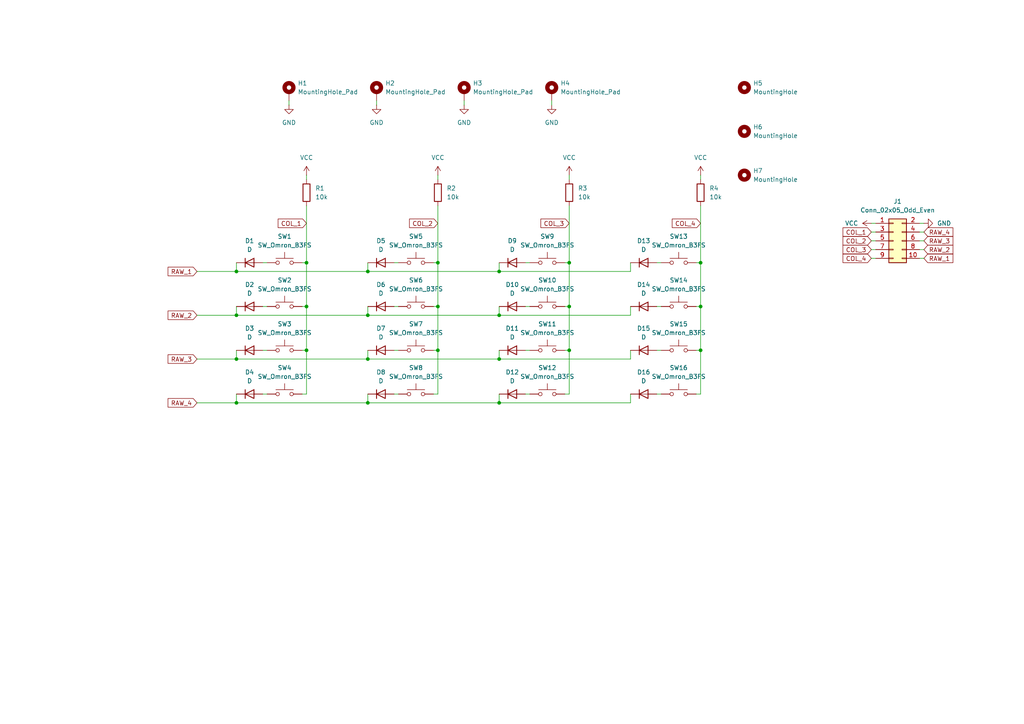
<source format=kicad_sch>
(kicad_sch (version 20250114) (generator "eeschema") (generator_version "9.0")
  (paper "A4")
  (title_block (title "Keypab_Lab0") (date "2025-12-24") (rev "0.1") (company "TEST") (comment 1 "First project"))
  (lib_symbols
    (symbol "Connector_Generic:Conn_02x05_Odd_Even" (pin_names (offset 1.016) (hide yes))
      (property "Reference" "J" (at 1.27 7.62 0))
      (property "Value" "Conn_02x05_Odd_Even" (at 1.27 -7.62 0))
      (symbol "Conn_02x05_Odd_Even_1_1"
        (rectangle (start -1.27 6.35) (end 3.81 -6.35) (stroke (width 0.254)) (fill (type background)))
        (rectangle (start -1.27 5.207) (end 0 4.953) (stroke (width 0.1524)))
        (rectangle (start -1.27 2.667) (end 0 2.413) (stroke (width 0.1524)))
        (rectangle (start -1.27 0.127) (end 0 -0.127) (stroke (width 0.1524)))
        (rectangle (start -1.27 -2.413) (end 0 -2.667) (stroke (width 0.1524)))
        (rectangle (start -1.27 -4.953) (end 0 -5.207) (stroke (width 0.1524)))
        (rectangle (start 3.81 5.207) (end 2.54 4.953) (stroke (width 0.1524)))
        (rectangle (start 3.81 2.667) (end 2.54 2.413) (stroke (width 0.1524)))
        (rectangle (start 3.81 0.127) (end 2.54 -0.127) (stroke (width 0.1524)))
        (rectangle (start 3.81 -2.413) (end 2.54 -2.667) (stroke (width 0.1524)))
        (rectangle (start 3.81 -4.953) (end 2.54 -5.207) (stroke (width 0.1524)))
        (pin passive line (at -5.08 5.08 0) (length 3.81) (name "Pin_1") (number "1"))
        (pin passive line (at -5.08 2.54 0) (length 3.81) (name "Pin_3") (number "3"))
        (pin passive line (at -5.08 0 0) (length 3.81) (name "Pin_5") (number "5"))
        (pin passive line (at -5.08 -2.54 0) (length 3.81) (name "Pin_7") (number "7"))
        (pin passive line (at -5.08 -5.08 0) (length 3.81) (name "Pin_9") (number "9"))
        (pin passive line (at 7.62 5.08 180) (length 3.81) (name "Pin_2") (number "2"))
        (pin passive line (at 7.62 2.54 180) (length 3.81) (name "Pin_4") (number "4"))
        (pin passive line (at 7.62 0 180) (length 3.81) (name "Pin_6") (number "6"))
        (pin passive line (at 7.62 -2.54 180) (length 3.81) (name "Pin_8") (number "8"))
        (pin passive line (at 7.62 -5.08 180) (length 3.81) (name "Pin_10") (number "10"))
      )
    )
    (symbol "Device:D" (pin_numbers (hide yes)) (pin_names (offset 1.016) (hide yes))
      (property "Reference" "D" (at 0 2.54 0))
      (property "Value" "D" (at 0 -2.54 0))
      (symbol "D_0_1"
        (polyline (pts (xy -1.27 1.27) (xy -1.27 -1.27)) (stroke (width 0.254)))
        (polyline (pts (xy 1.27 1.27) (xy 1.27 -1.27) (xy -1.27 0) (xy 1.27 1.27)) (stroke (width 0.254)))
        (polyline (pts (xy 1.27 0) (xy -1.27 0)))
      )
      (symbol "D_1_1"
        (pin passive line (at -3.81 0 0) (length 2.54) (name "K") (number "1"))
        (pin passive line (at 3.81 0 180) (length 2.54) (name "A") (number "2"))
      )
    )
    (symbol "Device:R" (pin_numbers (hide yes)) (pin_names (offset 0))
      (property "Reference" "R" (at 2.032 0 90))
      (property "Value" "R" (at 0 0 90))
      (symbol "R_0_1"
        (rectangle (start -1.016 -2.54) (end 1.016 2.54) (stroke (width 0.254)))
      )
      (symbol "R_1_1"
        (pin passive line (at 0 3.81 270) (length 1.27) (name "~") (number "1"))
        (pin passive line (at 0 -3.81 90) (length 1.27) (name "~") (number "2"))
      )
    )
    (symbol "Mechanical:MountingHole" (pin_names (offset 1.016)) (in_bom no)
      (property "Reference" "H" (at 0 5.08 0))
      (property "Value" "MountingHole" (at 0 3.175 0))
      (symbol "MountingHole_0_1"
        (circle (center 0 0) (radius 1.27) (stroke (width 1.27)))
      )
    )
    (symbol "Mechanical:MountingHole_Pad" (pin_numbers (hide yes)) (pin_names (offset 1.016) (hide yes)) (in_bom no)
      (property "Reference" "H" (at 0 6.35 0))
      (property "Value" "MountingHole_Pad" (at 0 4.445 0))
      (symbol "MountingHole_Pad_0_1"
        (circle (center 0 1.27) (radius 1.27) (stroke (width 1.27)))
      )
      (symbol "MountingHole_Pad_1_1"
        (pin input line (at 0 -2.54 90) (length 2.54) (name "1") (number "1"))
      )
    )
    (symbol "Switch:SW_Omron_B3FS" (pin_numbers (hide yes)) (pin_names (offset 1.016) (hide yes))
      (property "Reference" "SW" (at 1.27 2.54 0))
      (property "Value" "SW_Omron_B3FS" (at 0 -1.524 0))
      (symbol "SW_Omron_B3FS_0_1"
        (circle (center -2.032 0) (radius 0.508))
        (polyline (pts (xy 0 1.27) (xy 0 3.048)))
        (circle (center 2.032 0) (radius 0.508))
        (polyline (pts (xy 2.54 1.27) (xy -2.54 1.27)))
        (pin passive line (at -5.08 0 0) (length 2.54) (name "1") (number "1"))
        (pin passive line (at 5.08 0 180) (length 2.54) (name "2") (number "2"))
      )
    )
    (symbol "power:GND" (power) (pin_numbers (hide yes)) (pin_names (offset 0) (hide yes))
      (property "Value" "GND" (at 0 -3.81 0))
      (symbol "GND_0_1"
        (polyline (pts (xy 0 0) (xy 0 -1.27) (xy 1.27 -1.27) (xy 0 -2.54) (xy -1.27 -1.27) (xy 0 -1.27)))
      )
      (symbol "GND_1_1"
        (pin power_in line (at 0 0 270) (length 0) (name "~") (number "1"))
      )
    )
    (symbol "power:VCC" (power) (pin_numbers (hide yes)) (pin_names (offset 0) (hide yes))
      (property "Value" "VCC" (at 0 3.556 0))
      (symbol "VCC_0_1"
        (polyline (pts (xy -0.762 1.27) (xy 0 2.54)))
        (polyline (pts (xy 0 2.54) (xy 0.762 1.27)))
        (polyline (pts (xy 0 0) (xy 0 2.54)))
      )
      (symbol "VCC_1_1"
        (pin power_in line (at 0 0 90) (length 0) (name "~") (number "1"))
      )
    )
  )
  (junction (at 68.58 116.84))
  (junction (at 144.78 104.14))
  (junction (at 106.68 91.44))
  (junction (at 203.2 101.6))
  (junction (at 68.58 104.14))
  (junction (at 127 76.2))
  (junction (at 106.68 78.74))
  (junction (at 144.78 91.44))
  (junction (at 165.1 101.6))
  (junction (at 88.9 88.9))
  (junction (at 106.68 116.84))
  (junction (at 203.2 76.2))
  (junction (at 127 88.9))
  (junction (at 88.9 76.2))
  (junction (at 68.58 78.74))
  (junction (at 88.9 101.6))
  (junction (at 165.1 76.2))
  (junction (at 106.68 104.14))
  (junction (at 203.2 88.9))
  (junction (at 144.78 116.84))
  (junction (at 68.58 91.44))
  (junction (at 127 101.6))
  (junction (at 144.78 78.74))
  (junction (at 165.1 88.9))
  (wire (pts (xy 88.9 101.6) (xy 88.9 114.3)))
  (wire (pts (xy 125.73 76.2) (xy 127 76.2)))
  (wire (pts (xy 266.7 74.93) (xy 267.97 74.93)))
  (wire (pts (xy 201.93 101.6) (xy 203.2 101.6)))
  (wire (pts (xy 144.78 101.6) (xy 144.78 104.14)))
  (wire (pts (xy 182.88 88.9) (xy 182.88 91.44)))
  (wire (pts (xy 252.73 64.77) (xy 254 64.77)))
  (wire (pts (xy 57.15 91.44) (xy 68.58 91.44)))
  (wire (pts (xy 144.78 76.2) (xy 144.78 78.74)))
  (wire (pts (xy 182.88 101.6) (xy 182.88 104.14)))
  (wire (pts (xy 165.1 76.2) (xy 165.1 88.9)))
  (wire (pts (xy 144.78 91.44) (xy 182.88 91.44)))
  (wire (pts (xy 182.88 114.3) (xy 182.88 116.84)))
  (wire (pts (xy 190.5 88.9) (xy 191.77 88.9)))
  (wire (pts (xy 106.68 76.2) (xy 106.68 78.74)))
  (wire (pts (xy 152.4 76.2) (xy 153.67 76.2)))
  (wire (pts (xy 190.5 101.6) (xy 191.77 101.6)))
  (wire (pts (xy 163.83 114.3) (xy 165.1 114.3)))
  (wire (pts (xy 109.22 29.21) (xy 109.22 30.48)))
  (wire (pts (xy 114.3 114.3) (xy 115.57 114.3)))
  (wire (pts (xy 201.93 76.2) (xy 203.2 76.2)))
  (wire (pts (xy 127 59.69) (xy 127 76.2)))
  (wire (pts (xy 68.58 88.9) (xy 68.58 91.44)))
  (wire (pts (xy 68.58 91.44) (xy 106.68 91.44)))
  (wire (pts (xy 68.58 101.6) (xy 68.58 104.14)))
  (wire (pts (xy 252.73 72.39) (xy 254 72.39)))
  (wire (pts (xy 88.9 50.8) (xy 88.9 52.07)))
  (wire (pts (xy 201.93 88.9) (xy 203.2 88.9)))
  (wire (pts (xy 76.2 114.3) (xy 77.47 114.3)))
  (wire (pts (xy 87.63 88.9) (xy 88.9 88.9)))
  (wire (pts (xy 87.63 114.3) (xy 88.9 114.3)))
  (wire (pts (xy 165.1 50.8) (xy 165.1 52.07)))
  (wire (pts (xy 114.3 76.2) (xy 115.57 76.2)))
  (wire (pts (xy 68.58 114.3) (xy 68.58 116.84)))
  (wire (pts (xy 203.2 59.69) (xy 203.2 76.2)))
  (wire (pts (xy 106.68 104.14) (xy 144.78 104.14)))
  (wire (pts (xy 68.58 76.2) (xy 68.58 78.74)))
  (wire (pts (xy 106.68 101.6) (xy 106.68 104.14)))
  (wire (pts (xy 114.3 88.9) (xy 115.57 88.9)))
  (wire (pts (xy 106.68 114.3) (xy 106.68 116.84)))
  (wire (pts (xy 127 76.2) (xy 127 88.9)))
  (wire (pts (xy 144.78 88.9) (xy 144.78 91.44)))
  (wire (pts (xy 127 88.9) (xy 127 101.6)))
  (wire (pts (xy 252.73 74.93) (xy 254 74.93)))
  (wire (pts (xy 144.78 78.74) (xy 182.88 78.74)))
  (wire (pts (xy 87.63 101.6) (xy 88.9 101.6)))
  (wire (pts (xy 203.2 101.6) (xy 203.2 114.3)))
  (wire (pts (xy 68.58 104.14) (xy 106.68 104.14)))
  (wire (pts (xy 83.82 29.21) (xy 83.82 30.48)))
  (wire (pts (xy 152.4 114.3) (xy 153.67 114.3)))
  (wire (pts (xy 165.1 59.69) (xy 165.1 76.2)))
  (wire (pts (xy 125.73 88.9) (xy 127 88.9)))
  (wire (pts (xy 57.15 78.74) (xy 68.58 78.74)))
  (wire (pts (xy 76.2 88.9) (xy 77.47 88.9)))
  (wire (pts (xy 203.2 88.9) (xy 203.2 101.6)))
  (wire (pts (xy 163.83 76.2) (xy 165.1 76.2)))
  (wire (pts (xy 252.73 69.85) (xy 254 69.85)))
  (wire (pts (xy 266.7 67.31) (xy 267.97 67.31)))
  (wire (pts (xy 165.1 88.9) (xy 165.1 101.6)))
  (wire (pts (xy 144.78 104.14) (xy 182.88 104.14)))
  (wire (pts (xy 165.1 101.6) (xy 165.1 114.3)))
  (wire (pts (xy 266.7 72.39) (xy 267.97 72.39)))
  (wire (pts (xy 68.58 116.84) (xy 106.68 116.84)))
  (wire (pts (xy 88.9 76.2) (xy 88.9 88.9)))
  (wire (pts (xy 203.2 50.8) (xy 203.2 52.07)))
  (wire (pts (xy 76.2 101.6) (xy 77.47 101.6)))
  (wire (pts (xy 163.83 101.6) (xy 165.1 101.6)))
  (wire (pts (xy 125.73 101.6) (xy 127 101.6)))
  (wire (pts (xy 144.78 114.3) (xy 144.78 116.84)))
  (wire (pts (xy 57.15 104.14) (xy 68.58 104.14)))
  (wire (pts (xy 127 101.6) (xy 127 114.3)))
  (wire (pts (xy 106.68 91.44) (xy 144.78 91.44)))
  (wire (pts (xy 125.73 114.3) (xy 127 114.3)))
  (wire (pts (xy 160.02 29.21) (xy 160.02 30.48)))
  (wire (pts (xy 201.93 114.3) (xy 203.2 114.3)))
  (wire (pts (xy 106.68 88.9) (xy 106.68 91.44)))
  (wire (pts (xy 68.58 78.74) (xy 106.68 78.74)))
  (wire (pts (xy 190.5 114.3) (xy 191.77 114.3)))
  (wire (pts (xy 190.5 76.2) (xy 191.77 76.2)))
  (wire (pts (xy 127 50.8) (xy 127 52.07)))
  (wire (pts (xy 266.7 64.77) (xy 267.97 64.77)))
  (wire (pts (xy 106.68 78.74) (xy 144.78 78.74)))
  (wire (pts (xy 152.4 101.6) (xy 153.67 101.6)))
  (wire (pts (xy 152.4 88.9) (xy 153.67 88.9)))
  (wire (pts (xy 88.9 88.9) (xy 88.9 101.6)))
  (wire (pts (xy 114.3 101.6) (xy 115.57 101.6)))
  (wire (pts (xy 88.9 59.69) (xy 88.9 76.2)))
  (wire (pts (xy 144.78 116.84) (xy 182.88 116.84)))
  (wire (pts (xy 76.2 76.2) (xy 77.47 76.2)))
  (wire (pts (xy 252.73 67.31) (xy 254 67.31)))
  (wire (pts (xy 203.2 76.2) (xy 203.2 88.9)))
  (wire (pts (xy 57.15 116.84) (xy 68.58 116.84)))
  (wire (pts (xy 266.7 69.85) (xy 267.97 69.85)))
  (wire (pts (xy 182.88 76.2) (xy 182.88 78.74)))
  (wire (pts (xy 106.68 116.84) (xy 144.78 116.84)))
  (wire (pts (xy 87.63 76.2) (xy 88.9 76.2)))
  (wire (pts (xy 163.83 88.9) (xy 165.1 88.9)))
  (wire (pts (xy 134.62 29.21) (xy 134.62 30.48)))
  (global_label "COL_1" (shape input) (at 252.73 67.31 180) (property "Intersheetrefs" "${INTERSHEET_REFS}" (effects (hide yes))))
  (global_label "RAW_3" (shape input) (at 57.15 104.14 180) (property "Intersheetrefs" "${INTERSHEET_REFS}" (effects (hide yes))))
  (global_label "COL_4" (shape input) (at 252.73 74.93 180) (property "Intersheetrefs" "${INTERSHEET_REFS}" (effects (hide yes))))
  (global_label "COL_2" (shape input) (at 127 64.77 180) (property "Intersheetrefs" "${INTERSHEET_REFS}" (effects (hide yes))))
  (global_label "RAW_3" (shape input) (at 267.97 69.85 0) (property "Intersheetrefs" "${INTERSHEET_REFS}" (effects (hide yes))))
  (global_label "COL_3" (shape input) (at 252.73 72.39 180) (property "Intersheetrefs" "${INTERSHEET_REFS}" (effects (hide yes))))
  (global_label "RAW_1" (shape input) (at 57.15 78.74 180) (property "Intersheetrefs" "${INTERSHEET_REFS}" (effects (hide yes))))
  (global_label "RAW_4" (shape input) (at 267.97 67.31 0) (property "Intersheetrefs" "${INTERSHEET_REFS}" (effects (hide yes))))
  (global_label "RAW_2" (shape input) (at 57.15 91.44 180) (property "Intersheetrefs" "${INTERSHEET_REFS}" (effects (hide yes))))
  (global_label "RAW_2" (shape input) (at 267.97 72.39 0) (property "Intersheetrefs" "${INTERSHEET_REFS}" (effects (hide yes))))
  (global_label "COL_2" (shape input) (at 252.73 69.85 180) (property "Intersheetrefs" "${INTERSHEET_REFS}" (effects (hide yes))))
  (global_label "RAW_1" (shape input) (at 267.97 74.93 0) (property "Intersheetrefs" "${INTERSHEET_REFS}" (effects (hide yes))))
  (global_label "COL_4" (shape input) (at 203.2 64.77 180) (property "Intersheetrefs" "${INTERSHEET_REFS}" (effects (hide yes))))
  (global_label "RAW_4" (shape input) (at 57.15 116.84 180) (property "Intersheetrefs" "${INTERSHEET_REFS}" (effects (hide yes))))
  (global_label "COL_1" (shape input) (at 88.9 64.77 180) (property "Intersheetrefs" "${INTERSHEET_REFS}" (effects (hide yes))))
  (global_label "COL_3" (shape input) (at 165.1 64.77 180) (property "Intersheetrefs" "${INTERSHEET_REFS}" (effects (hide yes))))
  (symbol (lib_id "Mechanical:MountingHole_Pad") (at 134.62 26.67 0) (unit 1) (in_bom no)
    (property "Reference" "H3" (at 137.16 24.1299 0) (effects (justify left)))
    (property "Value" "MountingHole_Pad" (at 137.16 26.6699 0) (effects (justify left)))
    (property "Footprint" "MountingHole:MountingHole_3.2mm_M3_Pad_Via" (effects (hide yes)))
    (property "Description" "Mounting Hole with connection" (effects (hide yes)))
  )
  (symbol (lib_id "Device:R") (at 88.9 55.88 0) (unit 1)
    (property "Reference" "R1" (at 91.44 54.6099 0) (effects (justify left)))
    (property "Value" "10k" (at 91.44 57.1499 0) (effects (justify left)))
    (property "Footprint" "Resistor_SMD:R_0603_1608Metric" (effects (hide yes)))
    (property "Description" "Resistor" (effects (hide yes)))
  )
  (symbol (lib_id "Device:D") (at 110.49 76.2 0) (unit 1)
    (property "Reference" "D5" (at 110.49 69.85 0))
    (property "Value" "D" (at 110.49 72.39 0))
    (property "Footprint" "Diode_SMD:D_0603_1608Metric" (effects (hide yes)))
    (property "Description" "Diode" (effects (hide yes)))
    (property "Sim.Device" "D" (effects (hide yes)))
    (property "Sim.Pins" "1=K 2=A" (effects (hide yes)))
  )
  (symbol (lib_id "Mechanical:MountingHole_Pad") (at 109.22 26.67 0) (unit 1) (in_bom no)
    (property "Reference" "H2" (at 111.76 24.1299 0) (effects (justify left)))
    (property "Value" "MountingHole_Pad" (at 111.76 26.6699 0) (effects (justify left)))
    (property "Footprint" "MountingHole:MountingHole_3.2mm_M3_Pad_Via" (effects (hide yes)))
    (property "Description" "Mounting Hole with connection" (effects (hide yes)))
  )
  (symbol (lib_id "Device:D") (at 110.49 101.6 0) (unit 1)
    (property "Reference" "D7" (at 110.49 95.25 0))
    (property "Value" "D" (at 110.49 97.79 0))
    (property "Footprint" "Diode_SMD:D_0603_1608Metric" (effects (hide yes)))
    (property "Description" "Diode" (effects (hide yes)))
    (property "Sim.Device" "D" (effects (hide yes)))
    (property "Sim.Pins" "1=K 2=A" (effects (hide yes)))
  )
  (symbol (lib_id "Device:D") (at 72.39 114.3 0) (unit 1)
    (property "Reference" "D4" (at 72.39 107.95 0))
    (property "Value" "D" (at 72.39 110.49 0))
    (property "Footprint" "Diode_SMD:D_0603_1608Metric" (effects (hide yes)))
    (property "Description" "Diode" (effects (hide yes)))
    (property "Sim.Device" "D" (effects (hide yes)))
    (property "Sim.Pins" "1=K 2=A" (effects (hide yes)))
  )
  (symbol (lib_id "Mechanical:MountingHole") (at 215.9 38.1 0) (unit 1) (in_bom no)
    (property "Reference" "H6" (at 218.44 36.8299 0) (effects (justify left)))
    (property "Value" "MountingHole" (at 218.44 39.3699 0) (effects (justify left)))
    (property "Footprint" "MountingHole:ToolingHole_1.152mm" (effects (hide yes)))
    (property "Description" "Mounting Hole without connection" (effects (hide yes)))
  )
  (symbol (lib_id "Mechanical:MountingHole") (at 215.9 50.8 0) (unit 1) (in_bom no)
    (property "Reference" "H7" (at 218.44 49.5299 0) (effects (justify left)))
    (property "Value" "MountingHole" (at 218.44 52.0699 0) (effects (justify left)))
    (property "Footprint" "MountingHole:ToolingHole_1.152mm" (effects (hide yes)))
    (property "Description" "Mounting Hole without connection" (effects (hide yes)))
  )
  (symbol (lib_id "power:GND") (at 160.02 30.48 0) (unit 1)
    (property "Reference" "#PWR06" (effects (hide yes)))
    (property "Value" "GND" (at 160.02 35.56 0))
    (property "Description" "Power symbol creates a global label with name \"GND\" , ground" (effects (hide yes)))
  )
  (symbol (lib_id "Switch:SW_Omron_B3FS") (at 196.85 101.6 0) (unit 1)
    (property "Reference" "SW15" (at 196.85 93.98 0))
    (property "Value" "SW_Omron_B3FS" (at 196.85 96.52 0))
    (property "Footprint" "Button_Switch_THT:SW_PUSH_6mm" (effects (hide yes)))
    (property "Datasheet" "https://omronfs.omron.com/en_US/ecb/products/pdf/en-b3fs.pdf" (effects (hide yes)))
    (property "Description" "Omron B3FS 6x6mm single pole normally-open tactile switch" (effects (hide yes)))
  )
  (symbol (lib_id "power:GND") (at 109.22 30.48 0) (unit 1)
    (property "Reference" "#PWR03" (effects (hide yes)))
    (property "Value" "GND" (at 109.22 35.56 0))
    (property "Description" "Power symbol creates a global label with name \"GND\" , ground" (effects (hide yes)))
  )
  (symbol (lib_id "Switch:SW_Omron_B3FS") (at 158.75 88.9 0) (unit 1)
    (property "Reference" "SW10" (at 158.75 81.28 0))
    (property "Value" "SW_Omron_B3FS" (at 158.75 83.82 0))
    (property "Footprint" "Button_Switch_THT:SW_PUSH_6mm" (effects (hide yes)))
    (property "Datasheet" "https://omronfs.omron.com/en_US/ecb/products/pdf/en-b3fs.pdf" (effects (hide yes)))
    (property "Description" "Omron B3FS 6x6mm single pole normally-open tactile switch" (effects (hide yes)))
  )
  (symbol (lib_id "power:VCC") (at 165.1 50.8 0) (unit 1)
    (property "Reference" "#PWR07" (effects (hide yes)))
    (property "Value" "VCC" (at 165.1 45.72 0))
    (property "Description" "Power symbol creates a global label with name \"VCC\"" (effects (hide yes)))
  )
  (symbol (lib_id "Switch:SW_Omron_B3FS") (at 158.75 76.2 0) (unit 1)
    (property "Reference" "SW9" (at 158.75 68.58 0))
    (property "Value" "SW_Omron_B3FS" (at 158.75 71.12 0))
    (property "Footprint" "Button_Switch_THT:SW_PUSH_6mm" (effects (hide yes)))
    (property "Datasheet" "https://omronfs.omron.com/en_US/ecb/products/pdf/en-b3fs.pdf" (effects (hide yes)))
    (property "Description" "Omron B3FS 6x6mm single pole normally-open tactile switch" (effects (hide yes)))
  )
  (symbol (lib_id "Switch:SW_Omron_B3FS") (at 196.85 88.9 0) (unit 1)
    (property "Reference" "SW14" (at 196.85 81.28 0))
    (property "Value" "SW_Omron_B3FS" (at 196.85 83.82 0))
    (property "Footprint" "Button_Switch_THT:SW_PUSH_6mm" (effects (hide yes)))
    (property "Datasheet" "https://omronfs.omron.com/en_US/ecb/products/pdf/en-b3fs.pdf" (effects (hide yes)))
    (property "Description" "Omron B3FS 6x6mm single pole normally-open tactile switch" (effects (hide yes)))
  )
  (symbol (lib_id "power:GND") (at 83.82 30.48 0) (unit 1)
    (property "Reference" "#PWR01" (effects (hide yes)))
    (property "Value" "GND" (at 83.82 35.56 0))
    (property "Description" "Power symbol creates a global label with name \"GND\" , ground" (effects (hide yes)))
  )
  (symbol (lib_id "Device:D") (at 186.69 88.9 0) (unit 1)
    (property "Reference" "D14" (at 186.69 82.55 0))
    (property "Value" "D" (at 186.69 85.09 0))
    (property "Footprint" "Diode_SMD:D_0603_1608Metric" (effects (hide yes)))
    (property "Description" "Diode" (effects (hide yes)))
    (property "Sim.Device" "D" (effects (hide yes)))
    (property "Sim.Pins" "1=K 2=A" (effects (hide yes)))
  )
  (symbol (lib_id "power:VCC") (at 252.73 64.77 90) (unit 1)
    (property "Reference" "#PWR09" (effects (hide yes)))
    (property "Value" "VCC" (at 248.92 64.7699 90) (effects (justify left)))
    (property "Description" "Power symbol creates a global label with name \"VCC\"" (effects (hide yes)))
  )
  (symbol (lib_id "Device:D") (at 72.39 101.6 0) (unit 1)
    (property "Reference" "D3" (at 72.39 95.25 0))
    (property "Value" "D" (at 72.39 97.79 0))
    (property "Footprint" "Diode_SMD:D_0603_1608Metric" (effects (hide yes)))
    (property "Description" "Diode" (effects (hide yes)))
    (property "Sim.Device" "D" (effects (hide yes)))
    (property "Sim.Pins" "1=K 2=A" (effects (hide yes)))
  )
  (symbol (lib_id "Device:D") (at 186.69 101.6 0) (unit 1)
    (property "Reference" "D15" (at 186.69 95.25 0))
    (property "Value" "D" (at 186.69 97.79 0))
    (property "Footprint" "Diode_SMD:D_0603_1608Metric" (effects (hide yes)))
    (property "Description" "Diode" (effects (hide yes)))
    (property "Sim.Device" "D" (effects (hide yes)))
    (property "Sim.Pins" "1=K 2=A" (effects (hide yes)))
  )
  (symbol (lib_id "Device:D") (at 110.49 88.9 0) (unit 1)
    (property "Reference" "D6" (at 110.49 82.55 0))
    (property "Value" "D" (at 110.49 85.09 0))
    (property "Footprint" "Diode_SMD:D_0603_1608Metric" (effects (hide yes)))
    (property "Description" "Diode" (effects (hide yes)))
    (property "Sim.Device" "D" (effects (hide yes)))
    (property "Sim.Pins" "1=K 2=A" (effects (hide yes)))
  )
  (symbol (lib_id "Connector_Generic:Conn_02x05_Odd_Even") (at 259.08 69.85 0) (unit 1)
    (property "Reference" "J1" (at 260.35 58.42 0))
    (property "Value" "Conn_02x05_Odd_Even" (at 260.35 60.96 0))
    (property "Footprint" "Connector_PinHeader_2.54mm:PinHeader_2x05_P2.54mm_Vertical" (effects (hide yes)))
    (property "Description" "Generic connector, double row, 02x05, odd/even pin numbering scheme (row 1 odd numbers, row 2 even numbers), script generated (kicad-library-utils/schlib/autogen/connector/)" (effects (hide yes)))
  )
  (symbol (lib_id "power:VCC") (at 88.9 50.8 0) (unit 1)
    (property "Reference" "#PWR02" (effects (hide yes)))
    (property "Value" "VCC" (at 88.9 45.72 0))
    (property "Description" "Power symbol creates a global label with name \"VCC\"" (effects (hide yes)))
  )
  (symbol (lib_id "Device:D") (at 186.69 76.2 0) (unit 1)
    (property "Reference" "D13" (at 186.69 69.85 0))
    (property "Value" "D" (at 186.69 72.39 0))
    (property "Footprint" "Diode_SMD:D_0603_1608Metric" (effects (hide yes)))
    (property "Description" "Diode" (effects (hide yes)))
    (property "Sim.Device" "D" (effects (hide yes)))
    (property "Sim.Pins" "1=K 2=A" (effects (hide yes)))
  )
  (symbol (lib_id "Device:D") (at 148.59 101.6 0) (unit 1)
    (property "Reference" "D11" (at 148.59 95.25 0))
    (property "Value" "D" (at 148.59 97.79 0))
    (property "Footprint" "Diode_SMD:D_0603_1608Metric" (effects (hide yes)))
    (property "Description" "Diode" (effects (hide yes)))
    (property "Sim.Device" "D" (effects (hide yes)))
    (property "Sim.Pins" "1=K 2=A" (effects (hide yes)))
  )
  (symbol (lib_id "Switch:SW_Omron_B3FS") (at 196.85 114.3 0) (unit 1)
    (property "Reference" "SW16" (at 196.85 106.68 0))
    (property "Value" "SW_Omron_B3FS" (at 196.85 109.22 0))
    (property "Footprint" "Button_Switch_THT:SW_PUSH_6mm" (effects (hide yes)))
    (property "Datasheet" "https://omronfs.omron.com/en_US/ecb/products/pdf/en-b3fs.pdf" (effects (hide yes)))
    (property "Description" "Omron B3FS 6x6mm single pole normally-open tactile switch" (effects (hide yes)))
  )
  (symbol (lib_id "power:VCC") (at 203.2 50.8 0) (unit 1)
    (property "Reference" "#PWR08" (effects (hide yes)))
    (property "Value" "VCC" (at 203.2 45.72 0))
    (property "Description" "Power symbol creates a global label with name \"VCC\"" (effects (hide yes)))
  )
  (symbol (lib_id "Switch:SW_Omron_B3FS") (at 196.85 76.2 0) (unit 1)
    (property "Reference" "SW13" (at 196.85 68.58 0))
    (property "Value" "SW_Omron_B3FS" (at 196.85 71.12 0))
    (property "Footprint" "Button_Switch_THT:SW_PUSH_6mm" (effects (hide yes)))
    (property "Datasheet" "https://omronfs.omron.com/en_US/ecb/products/pdf/en-b3fs.pdf" (effects (hide yes)))
    (property "Description" "Omron B3FS 6x6mm single pole normally-open tactile switch" (effects (hide yes)))
  )
  (symbol (lib_id "Device:D") (at 72.39 88.9 0) (unit 1)
    (property "Reference" "D2" (at 72.39 82.55 0))
    (property "Value" "D" (at 72.39 85.09 0))
    (property "Footprint" "Diode_SMD:D_0603_1608Metric" (effects (hide yes)))
    (property "Description" "Diode" (effects (hide yes)))
    (property "Sim.Device" "D" (effects (hide yes)))
    (property "Sim.Pins" "1=K 2=A" (effects (hide yes)))
  )
  (symbol (lib_id "Device:R") (at 127 55.88 0) (unit 1)
    (property "Reference" "R2" (at 129.54 54.6099 0) (effects (justify left)))
    (property "Value" "10k" (at 129.54 57.1499 0) (effects (justify left)))
    (property "Footprint" "Resistor_SMD:R_0603_1608Metric" (effects (hide yes)))
    (property "Description" "Resistor" (effects (hide yes)))
  )
  (symbol (lib_id "Device:D") (at 110.49 114.3 0) (unit 1)
    (property "Reference" "D8" (at 110.49 107.95 0))
    (property "Value" "D" (at 110.49 110.49 0))
    (property "Footprint" "Diode_SMD:D_0603_1608Metric" (effects (hide yes)))
    (property "Description" "Diode" (effects (hide yes)))
    (property "Sim.Device" "D" (effects (hide yes)))
    (property "Sim.Pins" "1=K 2=A" (effects (hide yes)))
  )
  (symbol (lib_id "Switch:SW_Omron_B3FS") (at 82.55 101.6 0) (unit 1)
    (property "Reference" "SW3" (at 82.55 93.98 0))
    (property "Value" "SW_Omron_B3FS" (at 82.55 96.52 0))
    (property "Footprint" "Button_Switch_THT:SW_PUSH_6mm" (effects (hide yes)))
    (property "Datasheet" "https://omronfs.omron.com/en_US/ecb/products/pdf/en-b3fs.pdf" (effects (hide yes)))
    (property "Description" "Omron B3FS 6x6mm single pole normally-open tactile switch" (effects (hide yes)))
  )
  (symbol (lib_id "Device:D") (at 148.59 114.3 0) (unit 1)
    (property "Reference" "D12" (at 148.59 107.95 0))
    (property "Value" "D" (at 148.59 110.49 0))
    (property "Footprint" "Diode_SMD:D_0603_1608Metric" (effects (hide yes)))
    (property "Description" "Diode" (effects (hide yes)))
    (property "Sim.Device" "D" (effects (hide yes)))
    (property "Sim.Pins" "1=K 2=A" (effects (hide yes)))
  )
  (symbol (lib_id "Switch:SW_Omron_B3FS") (at 82.55 88.9 0) (unit 1)
    (property "Reference" "SW2" (at 82.55 81.28 0))
    (property "Value" "SW_Omron_B3FS" (at 82.55 83.82 0))
    (property "Footprint" "Button_Switch_THT:SW_PUSH_6mm" (effects (hide yes)))
    (property "Datasheet" "https://omronfs.omron.com/en_US/ecb/products/pdf/en-b3fs.pdf" (effects (hide yes)))
    (property "Description" "Omron B3FS 6x6mm single pole normally-open tactile switch" (effects (hide yes)))
  )
  (symbol (lib_id "power:VCC") (at 127 50.8 0) (unit 1)
    (property "Reference" "#PWR04" (effects (hide yes)))
    (property "Value" "VCC" (at 127 45.72 0))
    (property "Description" "Power symbol creates a global label with name \"VCC\"" (effects (hide yes)))
  )
  (symbol (lib_id "Mechanical:MountingHole_Pad") (at 83.82 26.67 0) (unit 1) (in_bom no)
    (property "Reference" "H1" (at 86.36 24.1299 0) (effects (justify left)))
    (property "Value" "MountingHole_Pad" (at 86.36 26.6699 0) (effects (justify left)))
    (property "Footprint" "MountingHole:MountingHole_3.2mm_M3_Pad_Via" (effects (hide yes)))
    (property "Description" "Mounting Hole with connection" (effects (hide yes)))
  )
  (symbol (lib_id "power:GND") (at 267.97 64.77 90) (unit 1)
    (property "Reference" "#PWR010" (effects (hide yes)))
    (property "Value" "GND" (at 271.78 64.7699 90) (effects (justify right)))
    (property "Description" "Power symbol creates a global label with name \"GND\" , ground" (effects (hide yes)))
  )
  (symbol (lib_id "Switch:SW_Omron_B3FS") (at 158.75 114.3 0) (unit 1)
    (property "Reference" "SW12" (at 158.75 106.68 0))
    (property "Value" "SW_Omron_B3FS" (at 158.75 109.22 0))
    (property "Footprint" "Button_Switch_THT:SW_PUSH_6mm" (effects (hide yes)))
    (property "Datasheet" "https://omronfs.omron.com/en_US/ecb/products/pdf/en-b3fs.pdf" (effects (hide yes)))
    (property "Description" "Omron B3FS 6x6mm single pole normally-open tactile switch" (effects (hide yes)))
  )
  (symbol (lib_id "Switch:SW_Omron_B3FS") (at 82.55 76.2 0) (unit 1)
    (property "Reference" "SW1" (at 82.55 68.58 0))
    (property "Value" "SW_Omron_B3FS" (at 82.55 71.12 0))
    (property "Footprint" "Button_Switch_THT:SW_PUSH_6mm" (effects (hide yes)))
    (property "Datasheet" "https://omronfs.omron.com/en_US/ecb/products/pdf/en-b3fs.pdf" (effects (hide yes)))
    (property "Description" "Omron B3FS 6x6mm single pole normally-open tactile switch" (effects (hide yes)))
  )
  (symbol (lib_id "Switch:SW_Omron_B3FS") (at 120.65 76.2 0) (unit 1)
    (property "Reference" "SW5" (at 120.65 68.58 0))
    (property "Value" "SW_Omron_B3FS" (at 120.65 71.12 0))
    (property "Footprint" "Button_Switch_THT:SW_PUSH_6mm" (effects (hide yes)))
    (property "Datasheet" "https://omronfs.omron.com/en_US/ecb/products/pdf/en-b3fs.pdf" (effects (hide yes)))
    (property "Description" "Omron B3FS 6x6mm single pole normally-open tactile switch" (effects (hide yes)))
  )
  (symbol (lib_id "Switch:SW_Omron_B3FS") (at 120.65 88.9 0) (unit 1)
    (property "Reference" "SW6" (at 120.65 81.28 0))
    (property "Value" "SW_Omron_B3FS" (at 120.65 83.82 0))
    (property "Footprint" "Button_Switch_THT:SW_PUSH_6mm" (effects (hide yes)))
    (property "Datasheet" "https://omronfs.omron.com/en_US/ecb/products/pdf/en-b3fs.pdf" (effects (hide yes)))
    (property "Description" "Omron B3FS 6x6mm single pole normally-open tactile switch" (effects (hide yes)))
  )
  (symbol (lib_id "power:GND") (at 134.62 30.48 0) (unit 1)
    (property "Reference" "#PWR05" (effects (hide yes)))
    (property "Value" "GND" (at 134.62 35.56 0))
    (property "Description" "Power symbol creates a global label with name \"GND\" , ground" (effects (hide yes)))
  )
  (symbol (lib_id "Device:D") (at 72.39 76.2 0) (unit 1)
    (property "Reference" "D1" (at 72.39 69.85 0))
    (property "Value" "D" (at 72.39 72.39 0))
    (property "Footprint" "Diode_SMD:D_0603_1608Metric" (effects (hide yes)))
    (property "Description" "Diode" (effects (hide yes)))
    (property "Sim.Device" "D" (effects (hide yes)))
    (property "Sim.Pins" "1=K 2=A" (effects (hide yes)))
  )
  (symbol (lib_id "Mechanical:MountingHole") (at 215.9 25.4 0) (unit 1) (in_bom no)
    (property "Reference" "H5" (at 218.44 24.1299 0) (effects (justify left)))
    (property "Value" "MountingHole" (at 218.44 26.6699 0) (effects (justify left)))
    (property "Footprint" "MountingHole:ToolingHole_1.152mm" (effects (hide yes)))
    (property "Description" "Mounting Hole without connection" (effects (hide yes)))
  )
  (symbol (lib_id "Switch:SW_Omron_B3FS") (at 120.65 114.3 0) (unit 1)
    (property "Reference" "SW8" (at 120.65 106.68 0))
    (property "Value" "SW_Omron_B3FS" (at 120.65 109.22 0))
    (property "Footprint" "Button_Switch_THT:SW_PUSH_6mm" (effects (hide yes)))
    (property "Datasheet" "https://omronfs.omron.com/en_US/ecb/products/pdf/en-b3fs.pdf" (effects (hide yes)))
    (property "Description" "Omron B3FS 6x6mm single pole normally-open tactile switch" (effects (hide yes)))
  )
  (symbol (lib_id "Mechanical:MountingHole_Pad") (at 160.02 26.67 0) (unit 1) (in_bom no)
    (property "Reference" "H4" (at 162.56 24.1299 0) (effects (justify left)))
    (property "Value" "MountingHole_Pad" (at 162.56 26.6699 0) (effects (justify left)))
    (property "Footprint" "MountingHole:MountingHole_3.2mm_M3_Pad_Via" (effects (hide yes)))
    (property "Description" "Mounting Hole with connection" (effects (hide yes)))
  )
  (symbol (lib_id "Device:R") (at 165.1 55.88 0) (unit 1)
    (property "Reference" "R3" (at 167.64 54.6099 0) (effects (justify left)))
    (property "Value" "10k" (at 167.64 57.1499 0) (effects (justify left)))
    (property "Footprint" "Resistor_SMD:R_0603_1608Metric" (effects (hide yes)))
    (property "Description" "Resistor" (effects (hide yes)))
  )
  (symbol (lib_id "Device:D") (at 186.69 114.3 0) (unit 1)
    (property "Reference" "D16" (at 186.69 107.95 0))
    (property "Value" "D" (at 186.69 110.49 0))
    (property "Footprint" "Diode_SMD:D_0603_1608Metric" (effects (hide yes)))
    (property "Description" "Diode" (effects (hide yes)))
    (property "Sim.Device" "D" (effects (hide yes)))
    (property "Sim.Pins" "1=K 2=A" (effects (hide yes)))
  )
  (symbol (lib_id "Device:D") (at 148.59 76.2 0) (unit 1)
    (property "Reference" "D9" (at 148.59 69.85 0))
    (property "Value" "D" (at 148.59 72.39 0))
    (property "Footprint" "Diode_SMD:D_0603_1608Metric" (effects (hide yes)))
    (property "Description" "Diode" (effects (hide yes)))
    (property "Sim.Device" "D" (effects (hide yes)))
    (property "Sim.Pins" "1=K 2=A" (effects (hide yes)))
  )
  (symbol (lib_id "Device:D") (at 148.59 88.9 0) (unit 1)
    (property "Reference" "D10" (at 148.59 82.55 0))
    (property "Value" "D" (at 148.59 85.09 0))
    (property "Footprint" "Diode_SMD:D_0603_1608Metric" (effects (hide yes)))
    (property "Description" "Diode" (effects (hide yes)))
    (property "Sim.Device" "D" (effects (hide yes)))
    (property "Sim.Pins" "1=K 2=A" (effects (hide yes)))
  )
  (symbol (lib_id "Switch:SW_Omron_B3FS") (at 120.65 101.6 0) (unit 1)
    (property "Reference" "SW7" (at 120.65 93.98 0))
    (property "Value" "SW_Omron_B3FS" (at 120.65 96.52 0))
    (property "Footprint" "Button_Switch_THT:SW_PUSH_6mm" (effects (hide yes)))
    (property "Datasheet" "https://omronfs.omron.com/en_US/ecb/products/pdf/en-b3fs.pdf" (effects (hide yes)))
    (property "Description" "Omron B3FS 6x6mm single pole normally-open tactile switch" (effects (hide yes)))
  )
  (symbol (lib_id "Switch:SW_Omron_B3FS") (at 82.55 114.3 0) (unit 1)
    (property "Reference" "SW4" (at 82.55 106.68 0))
    (property "Value" "SW_Omron_B3FS" (at 82.55 109.22 0))
    (property "Footprint" "Button_Switch_THT:SW_PUSH_6mm" (effects (hide yes)))
    (property "Datasheet" "https://omronfs.omron.com/en_US/ecb/products/pdf/en-b3fs.pdf" (effects (hide yes)))
    (property "Description" "Omron B3FS 6x6mm single pole normally-open tactile switch" (effects (hide yes)))
  )
  (symbol (lib_id "Device:R") (at 203.2 55.88 0) (unit 1)
    (property "Reference" "R4" (at 205.74 54.6099 0) (effects (justify left)))
    (property "Value" "10k" (at 205.74 57.1499 0) (effects (justify left)))
    (property "Footprint" "Resistor_SMD:R_0603_1608Metric" (effects (hide yes)))
    (property "Description" "Resistor" (effects (hide yes)))
  )
  (symbol (lib_id "Switch:SW_Omron_B3FS") (at 158.75 101.6 0) (unit 1)
    (property "Reference" "SW11" (at 158.75 93.98 0))
    (property "Value" "SW_Omron_B3FS" (at 158.75 96.52 0))
    (property "Footprint" "Button_Switch_THT:SW_PUSH_6mm" (effects (hide yes)))
    (property "Datasheet" "https://omronfs.omron.com/en_US/ecb/products/pdf/en-b3fs.pdf" (effects (hide yes)))
    (property "Description" "Omron B3FS 6x6mm single pole normally-open tactile switch" (effects (hide yes)))
  )
)
</source>
